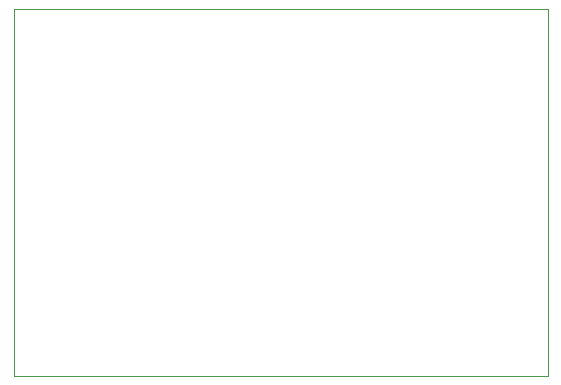
<source format=gbr>
G04 #@! TF.GenerationSoftware,KiCad,Pcbnew,5.1.5*
G04 #@! TF.CreationDate,2020-03-20T00:43:26-04:00*
G04 #@! TF.ProjectId,M55-RJ45,4d35352d-524a-4343-952e-6b696361645f,rev?*
G04 #@! TF.SameCoordinates,Original*
G04 #@! TF.FileFunction,Profile,NP*
%FSLAX46Y46*%
G04 Gerber Fmt 4.6, Leading zero omitted, Abs format (unit mm)*
G04 Created by KiCad (PCBNEW 5.1.5) date 2020-03-20 00:43:26*
%MOMM*%
%LPD*%
G04 APERTURE LIST*
%ADD10C,0.050000*%
G04 APERTURE END LIST*
D10*
X28800000Y-113000000D02*
X74000000Y-113000000D01*
X28800000Y-113000000D02*
X28800000Y-144000000D01*
X28800000Y-144000000D02*
X74000000Y-144000000D01*
X74000000Y-113000000D02*
X74000000Y-144000000D01*
M02*

</source>
